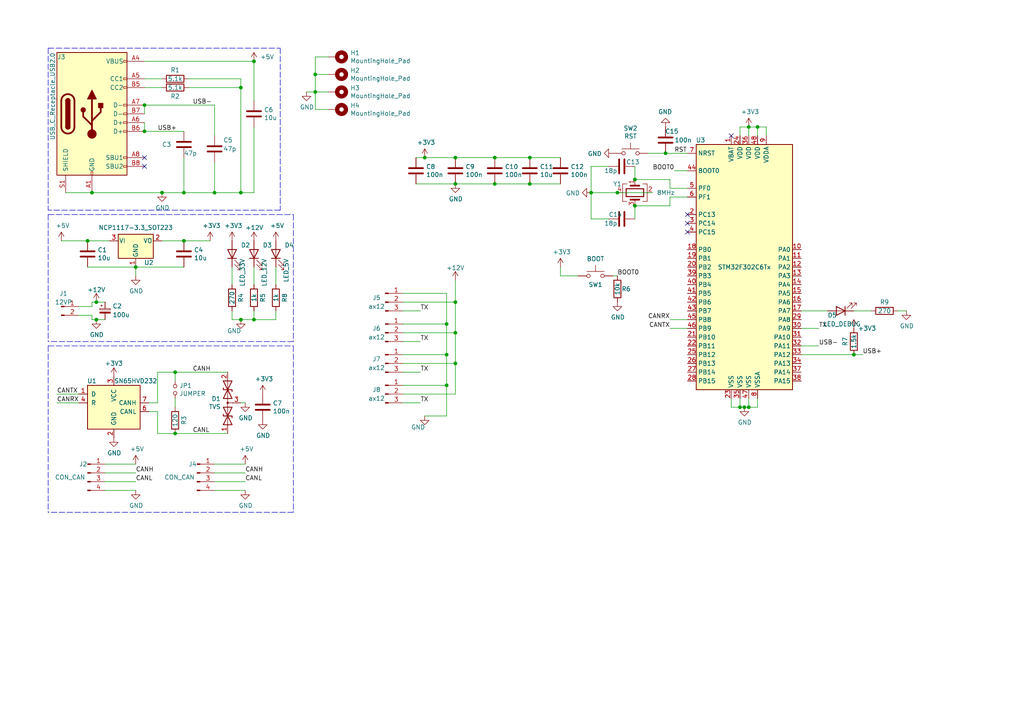
<source format=kicad_sch>
(kicad_sch (version 20211123) (generator eeschema)
  (paper "A4")
  (lib_symbols
    (symbol "Connector:Conn_01x02_Male" (pin_names (offset 1.016) hide)
      (property "Reference" "J" (at 0 2.54 0))
      (property "Value" "Conn_01x02_Male" (at 0 -5.08 0))
      (symbol "Conn_01x02_Male_1_1"
        (polyline (pts (xy 1.27 -2.54) (xy 0.8636 -2.54)) (stroke (width 0.1524)))
        (polyline (pts (xy 1.27 0) (xy 0.8636 0)) (stroke (width 0.1524)))
        (rectangle (start 0.8636 -2.413) (end 0 -2.667) (stroke (width 0.1524)) (fill (type outline)))
        (rectangle (start 0.8636 0.127) (end 0 -0.127) (stroke (width 0.1524)) (fill (type outline)))
        (pin passive line (at 5.08 0 180) (length 3.81) (name "Pin_1") (number "1"))
        (pin passive line (at 5.08 -2.54 180) (length 3.81) (name "Pin_2") (number "2"))
      )
    )
    (symbol "Connector:Conn_01x03_Male" (pin_names (offset 1.016) hide)
      (property "Reference" "J" (at 0 5.08 0))
      (property "Value" "Conn_01x03_Male" (at 0 -5.08 0))
      (symbol "Conn_01x03_Male_1_1"
        (polyline (pts (xy 1.27 -2.54) (xy 0.8636 -2.54)) (stroke (width 0.1524)))
        (polyline (pts (xy 1.27 0) (xy 0.8636 0)) (stroke (width 0.1524)))
        (polyline (pts (xy 1.27 2.54) (xy 0.8636 2.54)) (stroke (width 0.1524)))
        (rectangle (start 0.8636 -2.413) (end 0 -2.667) (stroke (width 0.1524)) (fill (type outline)))
        (rectangle (start 0.8636 0.127) (end 0 -0.127) (stroke (width 0.1524)) (fill (type outline)))
        (rectangle (start 0.8636 2.667) (end 0 2.413) (stroke (width 0.1524)) (fill (type outline)))
        (pin passive line (at 5.08 2.54 180) (length 3.81) (name "Pin_1") (number "1"))
        (pin passive line (at 5.08 0 180) (length 3.81) (name "Pin_2") (number "2"))
        (pin passive line (at 5.08 -2.54 180) (length 3.81) (name "Pin_3") (number "3"))
      )
    )
    (symbol "Connector:Conn_01x04_Male" (pin_names (offset 1.016) hide)
      (property "Reference" "J" (at 0 5.08 0))
      (property "Value" "Conn_01x04_Male" (at 0 -7.62 0))
      (symbol "Conn_01x04_Male_1_1"
        (polyline (pts (xy 1.27 -5.08) (xy 0.8636 -5.08)) (stroke (width 0.1524)))
        (polyline (pts (xy 1.27 -2.54) (xy 0.8636 -2.54)) (stroke (width 0.1524)))
        (polyline (pts (xy 1.27 0) (xy 0.8636 0)) (stroke (width 0.1524)))
        (polyline (pts (xy 1.27 2.54) (xy 0.8636 2.54)) (stroke (width 0.1524)))
        (rectangle (start 0.8636 -4.953) (end 0 -5.207) (stroke (width 0.1524)) (fill (type outline)))
        (rectangle (start 0.8636 -2.413) (end 0 -2.667) (stroke (width 0.1524)) (fill (type outline)))
        (rectangle (start 0.8636 0.127) (end 0 -0.127) (stroke (width 0.1524)) (fill (type outline)))
        (rectangle (start 0.8636 2.667) (end 0 2.413) (stroke (width 0.1524)) (fill (type outline)))
        (pin passive line (at 5.08 2.54 180) (length 3.81) (name "Pin_1") (number "1"))
        (pin passive line (at 5.08 0 180) (length 3.81) (name "Pin_2") (number "2"))
        (pin passive line (at 5.08 -2.54 180) (length 3.81) (name "Pin_3") (number "3"))
        (pin passive line (at 5.08 -5.08 180) (length 3.81) (name "Pin_4") (number "4"))
      )
    )
    (symbol "Device:C" (pin_numbers hide) (pin_names (offset 0.254))
      (property "Reference" "C" (at 0.635 2.54 0))
      (property "Value" "C" (at 0.635 -2.54 0))
      (symbol "C_0_1"
        (polyline (pts (xy -2.032 -0.762) (xy 2.032 -0.762)) (stroke (width 0.508)))
        (polyline (pts (xy -2.032 0.762) (xy 2.032 0.762)) (stroke (width 0.508)))
      )
      (symbol "C_1_1"
        (pin passive line (at 0 3.81 270) (length 2.794) (name "~") (number "1"))
        (pin passive line (at 0 -3.81 90) (length 2.794) (name "~") (number "2"))
      )
    )
    (symbol "Device:C_Polarized_Small" (pin_numbers hide) (pin_names (offset 0.254) hide)
      (property "Reference" "C" (at 0.254 1.778 0))
      (property "Value" "C_Polarized_Small" (at 0.254 -2.032 0))
      (symbol "C_Polarized_Small_0_1"
        (rectangle (start -1.524 -0.3048) (end 1.524 -0.6858) (fill (type outline)))
        (rectangle (start -1.524 0.6858) (end 1.524 0.3048))
        (polyline (pts (xy -1.27 1.524) (xy -0.762 1.524)))
        (polyline (pts (xy -1.016 1.27) (xy -1.016 1.778)))
      )
      (symbol "C_Polarized_Small_1_1"
        (pin passive line (at 0 2.54 270) (length 1.8542) (name "~") (number "1"))
        (pin passive line (at 0 -2.54 90) (length 1.8542) (name "~") (number "2"))
      )
    )
    (symbol "Device:Crystal_GND24" (pin_names (offset 1.016) hide)
      (property "Reference" "Y" (at 3.175 5.08 0))
      (property "Value" "Crystal_GND24" (at 3.175 3.175 0))
      (symbol "Crystal_GND24_0_1"
        (rectangle (start -1.143 2.54) (end 1.143 -2.54) (stroke (width 0.3048)))
        (polyline (pts (xy -2.54 0) (xy -2.032 0)))
        (polyline (pts (xy -2.032 -1.27) (xy -2.032 1.27)) (stroke (width 0.508)))
        (polyline (pts (xy 0 -3.81) (xy 0 -3.556)))
        (polyline (pts (xy 0 3.556) (xy 0 3.81)))
        (polyline (pts (xy 2.032 -1.27) (xy 2.032 1.27)) (stroke (width 0.508)))
        (polyline (pts (xy 2.032 0) (xy 2.54 0)))
        (polyline (pts (xy -2.54 -2.286) (xy -2.54 -3.556) (xy 2.54 -3.556) (xy 2.54 -2.286)))
        (polyline (pts (xy -2.54 2.286) (xy -2.54 3.556) (xy 2.54 3.556) (xy 2.54 2.286)))
      )
      (symbol "Crystal_GND24_1_1"
        (pin passive line (at -3.81 0 0) (length 1.27) (name "1") (number "1"))
        (pin passive line (at 0 5.08 270) (length 1.27) (name "2") (number "2"))
        (pin passive line (at 3.81 0 180) (length 1.27) (name "3") (number "3"))
        (pin passive line (at 0 -5.08 90) (length 1.27) (name "4") (number "4"))
      )
    )
    (symbol "Device:D_TVS_x2_AAC" (pin_names (offset 1.016) hide)
      (property "Reference" "D" (at 0 4.445 0))
      (property "Value" "Device_D_TVS_x2_AAC" (at 0 2.54 0))
      (symbol "D_TVS_x2_AAC_0_0"
        (polyline (pts (xy 0 -1.27) (xy 0 0)))
      )
      (symbol "D_TVS_x2_AAC_0_1"
        (polyline (pts (xy -6.35 0) (xy 6.35 0)))
        (polyline (pts (xy -3.302 1.27) (xy -3.81 1.27) (xy -3.81 -1.27) (xy -4.318 -1.27)) (stroke (width 0.254)))
        (polyline (pts (xy 4.318 1.27) (xy 3.81 1.27) (xy 3.81 -1.27) (xy 3.302 -1.27)) (stroke (width 0.254)))
        (polyline (pts (xy -6.35 1.27) (xy -1.27 -1.27) (xy -1.27 1.27) (xy -6.35 -1.27) (xy -6.35 1.27)) (stroke (width 0.254)))
        (polyline (pts (xy 6.35 1.27) (xy 1.27 -1.27) (xy 1.27 1.27) (xy 6.35 -1.27) (xy 6.35 1.27)) (stroke (width 0.254)))
        (circle (center 0 0) (radius 0.254) (fill (type outline)))
      )
      (symbol "D_TVS_x2_AAC_1_1"
        (pin passive line (at -8.89 0 0) (length 2.54) (name "A1") (number "1"))
        (pin passive line (at 8.89 0 180) (length 2.54) (name "A2") (number "2"))
        (pin input line (at 0 -3.81 90) (length 2.54) (name "common") (number "3"))
      )
    )
    (symbol "Device:Jumper_NO_Small" (pin_numbers hide) (pin_names (offset 0.762) hide)
      (property "Reference" "JP" (at 0 2.032 0))
      (property "Value" "Device_Jumper_NO_Small" (at 0.254 -1.524 0))
      (symbol "Jumper_NO_Small_0_1"
        (circle (center -1.016 0) (radius 0.508))
        (circle (center 1.016 0) (radius 0.508))
        (pin passive line (at -2.54 0 0) (length 1.016) (name "1") (number "1"))
        (pin passive line (at 2.54 0 180) (length 1.016) (name "2") (number "2"))
      )
    )
    (symbol "Device:LED" (pin_numbers hide) (pin_names (offset 1.016) hide)
      (property "Reference" "D" (at 0 2.54 0))
      (property "Value" "LED" (at 0 -2.54 0))
      (symbol "LED_0_1"
        (polyline (pts (xy -1.27 -1.27) (xy -1.27 1.27)) (stroke (width 0.254)))
        (polyline (pts (xy -1.27 0) (xy 1.27 0)))
        (polyline (pts (xy 1.27 -1.27) (xy 1.27 1.27) (xy -1.27 0) (xy 1.27 -1.27)) (stroke (width 0.254)))
        (polyline (pts (xy -3.048 -0.762) (xy -4.572 -2.286) (xy -3.81 -2.286) (xy -4.572 -2.286) (xy -4.572 -1.524)))
        (polyline (pts (xy -1.778 -0.762) (xy -3.302 -2.286) (xy -2.54 -2.286) (xy -3.302 -2.286) (xy -3.302 -1.524)))
      )
      (symbol "LED_1_1"
        (pin passive line (at -3.81 0 0) (length 2.54) (name "K") (number "1"))
        (pin passive line (at 3.81 0 180) (length 2.54) (name "A") (number "2"))
      )
    )
    (symbol "Device:R" (pin_numbers hide) (pin_names (offset 0))
      (property "Reference" "R" (at 2.032 0 90))
      (property "Value" "R" (at 0 0 90))
      (symbol "R_0_1"
        (rectangle (start -1.016 -2.54) (end 1.016 2.54) (stroke (width 0.254)))
      )
      (symbol "R_1_1"
        (pin passive line (at 0 3.81 270) (length 1.27) (name "~") (number "1"))
        (pin passive line (at 0 -3.81 90) (length 1.27) (name "~") (number "2"))
      )
    )
    (symbol "IO_Board_V1-rescue:USB_C_Receptacle_USB2.0-Connector" (pin_names (offset 1.016))
      (property "Reference" "J" (at -10.16 19.05 0))
      (property "Value" "USB_C_Receptacle_USB2.0-Connector" (at 19.05 19.05 0))
      (symbol "USB_C_Receptacle_USB2.0-Connector_0_0"
        (rectangle (start -0.254 -17.78) (end 0.254 -16.764))
        (rectangle (start 10.16 -14.986) (end 9.144 -15.494))
        (rectangle (start 10.16 -12.446) (end 9.144 -12.954))
        (rectangle (start 10.16 -4.826) (end 9.144 -5.334))
        (rectangle (start 10.16 -2.286) (end 9.144 -2.794))
        (rectangle (start 10.16 0.254) (end 9.144 -0.254))
        (rectangle (start 10.16 2.794) (end 9.144 2.286))
        (rectangle (start 10.16 7.874) (end 9.144 7.366))
        (rectangle (start 10.16 10.414) (end 9.144 9.906))
        (rectangle (start 10.16 15.494) (end 9.144 14.986))
      )
      (symbol "USB_C_Receptacle_USB2.0-Connector_0_1"
        (rectangle (start -10.16 17.78) (end 10.16 -17.78) (stroke (width 0.254)) (fill (type background)))
        (arc (start -8.89 -3.81) (mid -6.985 -5.715) (end -5.08 -3.81) (stroke (width 0.508)))
        (arc (start -7.62 -3.81) (mid -6.985 -4.445) (end -6.35 -3.81) (stroke (width 0.254)))
        (arc (start -7.62 -3.81) (mid -6.985 -4.445) (end -6.35 -3.81) (stroke (width 0.254)) (fill (type outline)))
        (rectangle (start -7.62 -3.81) (end -6.35 3.81) (stroke (width 0.254)) (fill (type outline)))
        (arc (start -6.35 3.81) (mid -6.985 4.445) (end -7.62 3.81) (stroke (width 0.254)))
        (arc (start -6.35 3.81) (mid -6.985 4.445) (end -7.62 3.81) (stroke (width 0.254)) (fill (type outline)))
        (arc (start -5.08 3.81) (mid -6.985 5.715) (end -8.89 3.81) (stroke (width 0.508)))
        (circle (center -2.54 1.143) (radius 0.635) (stroke (width 0.254)) (fill (type outline)))
        (circle (center 0 -5.842) (radius 1.27) (fill (type outline)))
        (polyline (pts (xy -8.89 -3.81) (xy -8.89 3.81)) (stroke (width 0.508)))
        (polyline (pts (xy -5.08 3.81) (xy -5.08 -3.81)) (stroke (width 0.508)))
        (polyline (pts (xy 0 -5.842) (xy 0 4.318)) (stroke (width 0.508)))
        (polyline (pts (xy 0 -3.302) (xy -2.54 -0.762) (xy -2.54 0.508)) (stroke (width 0.508)))
        (polyline (pts (xy 0 -2.032) (xy 2.54 0.508) (xy 2.54 1.778)) (stroke (width 0.508)))
        (polyline (pts (xy -1.27 4.318) (xy 0 6.858) (xy 1.27 4.318) (xy -1.27 4.318)) (stroke (width 0.254)) (fill (type outline)))
        (rectangle (start 1.905 1.778) (end 3.175 3.048) (stroke (width 0.254)) (fill (type outline)))
      )
      (symbol "USB_C_Receptacle_USB2.0-Connector_1_1"
        (pin passive line (at 0 -22.86 90) (length 5.08) (name "GND") (number "A1"))
        (pin passive line (at 0 -22.86 90) (length 5.08) hide (name "GND") (number "A12"))
        (pin passive line (at 15.24 15.24 180) (length 5.08) (name "VBUS") (number "A4"))
        (pin bidirectional line (at 15.24 10.16 180) (length 5.08) (name "CC1") (number "A5"))
        (pin bidirectional line (at 15.24 -2.54 180) (length 5.08) (name "D+") (number "A6"))
        (pin bidirectional line (at 15.24 2.54 180) (length 5.08) (name "D-") (number "A7"))
        (pin bidirectional line (at 15.24 -12.7 180) (length 5.08) (name "SBU1") (number "A8"))
        (pin passive line (at 15.24 15.24 180) (length 5.08) hide (name "VBUS") (number "A9"))
        (pin passive line (at 0 -22.86 90) (length 5.08) hide (name "GND") (number "B1"))
        (pin passive line (at 0 -22.86 90) (length 5.08) hide (name "GND") (number "B12"))
        (pin passive line (at 15.24 15.24 180) (length 5.08) hide (name "VBUS") (number "B4"))
        (pin bidirectional line (at 15.24 7.62 180) (length 5.08) (name "CC2") (number "B5"))
        (pin bidirectional line (at 15.24 -5.08 180) (length 5.08) (name "D+") (number "B6"))
        (pin bidirectional line (at 15.24 0 180) (length 5.08) (name "D-") (number "B7"))
        (pin bidirectional line (at 15.24 -15.24 180) (length 5.08) (name "SBU2") (number "B8"))
        (pin passive line (at 15.24 15.24 180) (length 5.08) hide (name "VBUS") (number "B9"))
        (pin passive line (at -7.62 -22.86 90) (length 5.08) (name "SHIELD") (number "S1"))
      )
    )
    (symbol "Interface_CAN_LIN:SN65HVD232" (pin_names (offset 1.016))
      (property "Reference" "U" (at -2.54 10.16 0))
      (property "Value" "SN65HVD232" (at -2.54 7.62 0))
      (symbol "SN65HVD232_0_1"
        (rectangle (start -7.62 5.08) (end 7.62 -7.62) (stroke (width 0.254)) (fill (type background)))
      )
      (symbol "SN65HVD232_1_1"
        (pin input line (at -10.16 2.54 0) (length 2.54) (name "D") (number "1"))
        (pin power_in line (at 0 -10.16 90) (length 2.54) (name "GND") (number "2"))
        (pin power_in line (at 0 7.62 270) (length 2.54) (name "VCC") (number "3"))
        (pin output line (at -10.16 0 0) (length 2.54) (name "R") (number "4"))
        (pin no_connect line (at -10.16 -2.54 0) (length 2.54) hide (name "NC") (number "5"))
        (pin bidirectional line (at 10.16 -2.54 180) (length 2.54) (name "CANL") (number "6"))
        (pin bidirectional line (at 10.16 0 180) (length 2.54) (name "CANH") (number "7"))
        (pin no_connect line (at -10.16 -5.08 0) (length 2.54) hide (name "NC") (number "8"))
      )
    )
    (symbol "MCU_ST_STM32F3:STM32F302C6Tx"
      (property "Reference" "U" (at -15.24 36.83 0))
      (property "Value" "STM32F302C6Tx" (at 7.62 36.83 0))
      (symbol "STM32F302C6Tx_0_1"
        (rectangle (start -15.24 -35.56) (end 12.7 35.56) (stroke (width 0.254)) (fill (type background)))
      )
      (symbol "STM32F302C6Tx_1_1"
        (pin power_in line (at -5.08 38.1 270) (length 2.54) (name "VBAT") (number "1"))
        (pin bidirectional line (at 15.24 5.08 180) (length 2.54) (name "PA0") (number "10"))
        (pin bidirectional line (at 15.24 2.54 180) (length 2.54) (name "PA1") (number "11"))
        (pin bidirectional line (at 15.24 0 180) (length 2.54) (name "PA2") (number "12"))
        (pin bidirectional line (at 15.24 -2.54 180) (length 2.54) (name "PA3") (number "13"))
        (pin bidirectional line (at 15.24 -5.08 180) (length 2.54) (name "PA4") (number "14"))
        (pin bidirectional line (at 15.24 -7.62 180) (length 2.54) (name "PA5") (number "15"))
        (pin bidirectional line (at 15.24 -10.16 180) (length 2.54) (name "PA6") (number "16"))
        (pin bidirectional line (at 15.24 -12.7 180) (length 2.54) (name "PA7") (number "17"))
        (pin bidirectional line (at -17.78 5.08 0) (length 2.54) (name "PB0") (number "18"))
        (pin bidirectional line (at -17.78 2.54 0) (length 2.54) (name "PB1") (number "19"))
        (pin bidirectional line (at -17.78 15.24 0) (length 2.54) (name "PC13") (number "2"))
        (pin bidirectional line (at -17.78 0 0) (length 2.54) (name "PB2") (number "20"))
        (pin bidirectional line (at -17.78 -20.32 0) (length 2.54) (name "PB10") (number "21"))
        (pin bidirectional line (at -17.78 -22.86 0) (length 2.54) (name "PB11") (number "22"))
        (pin power_in line (at -5.08 -38.1 90) (length 2.54) (name "VSS") (number "23"))
        (pin power_in line (at -2.54 38.1 270) (length 2.54) (name "VDD") (number "24"))
        (pin bidirectional line (at -17.78 -25.4 0) (length 2.54) (name "PB12") (number "25"))
        (pin bidirectional line (at -17.78 -27.94 0) (length 2.54) (name "PB13") (number "26"))
        (pin bidirectional line (at -17.78 -30.48 0) (length 2.54) (name "PB14") (number "27"))
        (pin bidirectional line (at -17.78 -33.02 0) (length 2.54) (name "PB15") (number "28"))
        (pin bidirectional line (at 15.24 -15.24 180) (length 2.54) (name "PA8") (number "29"))
        (pin bidirectional line (at -17.78 12.7 0) (length 2.54) (name "PC14") (number "3"))
        (pin bidirectional line (at 15.24 -17.78 180) (length 2.54) (name "PA9") (number "30"))
        (pin bidirectional line (at 15.24 -20.32 180) (length 2.54) (name "PA10") (number "31"))
        (pin bidirectional line (at 15.24 -22.86 180) (length 2.54) (name "PA11") (number "32"))
        (pin bidirectional line (at 15.24 -25.4 180) (length 2.54) (name "PA12") (number "33"))
        (pin bidirectional line (at 15.24 -27.94 180) (length 2.54) (name "PA13") (number "34"))
        (pin power_in line (at -2.54 -38.1 90) (length 2.54) (name "VSS") (number "35"))
        (pin power_in line (at 0 38.1 270) (length 2.54) (name "VDD") (number "36"))
        (pin bidirectional line (at 15.24 -30.48 180) (length 2.54) (name "PA14") (number "37"))
        (pin bidirectional line (at 15.24 -33.02 180) (length 2.54) (name "PA15") (number "38"))
        (pin bidirectional line (at -17.78 -2.54 0) (length 2.54) (name "PB3") (number "39"))
        (pin bidirectional line (at -17.78 10.16 0) (length 2.54) (name "PC15") (number "4"))
        (pin bidirectional line (at -17.78 -5.08 0) (length 2.54) (name "PB4") (number "40"))
        (pin bidirectional line (at -17.78 -7.62 0) (length 2.54) (name "PB5") (number "41"))
        (pin bidirectional line (at -17.78 -10.16 0) (length 2.54) (name "PB6") (number "42"))
        (pin bidirectional line (at -17.78 -12.7 0) (length 2.54) (name "PB7") (number "43"))
        (pin input line (at -17.78 27.94 0) (length 2.54) (name "BOOT0") (number "44"))
        (pin bidirectional line (at -17.78 -15.24 0) (length 2.54) (name "PB8") (number "45"))
        (pin bidirectional line (at -17.78 -17.78 0) (length 2.54) (name "PB9") (number "46"))
        (pin power_in line (at 0 -38.1 90) (length 2.54) (name "VSS") (number "47"))
        (pin power_in line (at 2.54 38.1 270) (length 2.54) (name "VDD") (number "48"))
        (pin input line (at -17.78 22.86 0) (length 2.54) (name "PF0") (number "5"))
        (pin input line (at -17.78 20.32 0) (length 2.54) (name "PF1") (number "6"))
        (pin input line (at -17.78 33.02 0) (length 2.54) (name "NRST") (number "7"))
        (pin power_in line (at 2.54 -38.1 90) (length 2.54) (name "VSSA") (number "8"))
        (pin power_in line (at 5.08 38.1 270) (length 2.54) (name "VDDA") (number "9"))
      )
    )
    (symbol "Mechanical:MountingHole_Pad" (pin_numbers hide) (pin_names (offset 1.016) hide)
      (property "Reference" "H" (at 0 6.35 0))
      (property "Value" "MountingHole_Pad" (at 0 4.445 0))
      (symbol "MountingHole_Pad_0_1"
        (circle (center 0 1.27) (radius 1.27) (stroke (width 1.27)))
      )
      (symbol "MountingHole_Pad_1_1"
        (pin input line (at 0 -2.54 90) (length 2.54) (name "1") (number "1"))
      )
    )
    (symbol "Regulator_Linear:NCP1117-3.3_SOT223" (pin_names (offset 0.254))
      (property "Reference" "U" (at -3.81 3.175 0))
      (property "Value" "NCP1117-3.3_SOT223" (at 0 3.175 0))
      (symbol "NCP1117-3.3_SOT223_0_1"
        (rectangle (start -5.08 -5.08) (end 5.08 1.905) (stroke (width 0.254)) (fill (type background)))
      )
      (symbol "NCP1117-3.3_SOT223_1_1"
        (pin power_in line (at 0 -7.62 90) (length 2.54) (name "GND") (number "1"))
        (pin power_out line (at 7.62 0 180) (length 2.54) (name "VO") (number "2"))
        (pin power_in line (at -7.62 0 0) (length 2.54) (name "VI") (number "3"))
      )
    )
    (symbol "Switch:SW_Push" (pin_numbers hide) (pin_names (offset 1.016) hide)
      (property "Reference" "SW" (at 1.27 2.54 0))
      (property "Value" "SW_Push" (at 0 -1.524 0))
      (symbol "SW_Push_0_1"
        (circle (center -2.032 0) (radius 0.508))
        (polyline (pts (xy 0 1.27) (xy 0 3.048)))
        (polyline (pts (xy 2.54 1.27) (xy -2.54 1.27)))
        (circle (center 2.032 0) (radius 0.508))
        (pin passive line (at -5.08 0 0) (length 2.54) (name "1") (number "1"))
        (pin passive line (at 5.08 0 180) (length 2.54) (name "2") (number "2"))
      )
    )
    (symbol "power:+12V" (power) (pin_names (offset 0))
      (property "Value" "+12V" (at 0 3.556 0))
      (symbol "+12V_0_1"
        (polyline (pts (xy -0.762 1.27) (xy 0 2.54)))
        (polyline (pts (xy 0 0) (xy 0 2.54)))
        (polyline (pts (xy 0 2.54) (xy 0.762 1.27)))
      )
      (symbol "+12V_1_1"
        (pin power_in line (at 0 0 90) (length 0) hide (name "+12V") (number "1"))
      )
    )
    (symbol "power:+3.3V" (power) (pin_names (offset 0))
      (property "Value" "+3.3V" (at 0 3.556 0))
      (symbol "+3.3V_0_1"
        (polyline (pts (xy -0.762 1.27) (xy 0 2.54)))
        (polyline (pts (xy 0 0) (xy 0 2.54)))
        (polyline (pts (xy 0 2.54) (xy 0.762 1.27)))
      )
      (symbol "+3.3V_1_1"
        (pin power_in line (at 0 0 90) (length 0) hide (name "+3V3") (number "1"))
      )
    )
    (symbol "power:+5V" (power) (pin_names (offset 0))
      (property "Value" "+5V" (at 0 3.556 0))
      (symbol "+5V_0_1"
        (polyline (pts (xy -0.762 1.27) (xy 0 2.54)))
        (polyline (pts (xy 0 0) (xy 0 2.54)))
        (polyline (pts (xy 0 2.54) (xy 0.762 1.27)))
      )
      (symbol "+5V_1_1"
        (pin power_in line (at 0 0 90) (length 0) hide (name "+5V") (number "1"))
      )
    )
    (symbol "power:GND" (power) (pin_names (offset 0))
      (property "Value" "GND" (at 0 -3.81 0))
      (symbol "GND_0_1"
        (polyline (pts (xy 0 0) (xy 0 -1.27) (xy 1.27 -1.27) (xy 0 -2.54) (xy -1.27 -1.27) (xy 0 -1.27)))
      )
      (symbol "GND_1_1"
        (pin power_in line (at 0 0 270) (length 0) hide (name "GND") (number "1"))
      )
    )
  )
  (junction (at 132.08 96.52))
  (junction (at 129.54 102.87))
  (junction (at 184.15 59.69))
  (junction (at 41.91 38.1))
  (junction (at 27.94 92.71))
  (junction (at 132.08 45.72))
  (junction (at 247.65 102.87))
  (junction (at 132.08 53.34))
  (junction (at 132.08 105.41))
  (junction (at 153.67 45.72))
  (junction (at 184.15 52.07))
  (junction (at 143.51 53.34))
  (junction (at 26.67 55.88))
  (junction (at 91.44 21.59))
  (junction (at 53.34 69.85))
  (junction (at 179.07 55.88))
  (junction (at 73.66 17.78))
  (junction (at 69.85 92.71))
  (junction (at 50.8 125.73))
  (junction (at 215.9 118.11))
  (junction (at 41.91 30.48))
  (junction (at 46.99 55.88))
  (junction (at 69.85 25.4))
  (junction (at 214.63 118.11))
  (junction (at 62.23 55.88))
  (junction (at 193.04 44.45))
  (junction (at 132.08 87.63))
  (junction (at 217.17 118.11))
  (junction (at 69.85 55.88))
  (junction (at 153.67 53.34))
  (junction (at 171.45 55.88))
  (junction (at 219.71 36.83))
  (junction (at 25.4 69.85))
  (junction (at 53.34 55.88))
  (junction (at 91.44 26.67))
  (junction (at 129.54 93.98))
  (junction (at 27.94 87.63))
  (junction (at 123.19 45.72))
  (junction (at 39.37 77.47))
  (junction (at 217.17 36.83))
  (junction (at 50.8 107.95))
  (junction (at 129.54 111.76))
  (junction (at 143.51 45.72))
  (junction (at 73.66 92.71))
  (no_connect (at 199.39 64.77))
  (no_connect (at 41.91 48.26))
  (no_connect (at 199.39 67.31))
  (no_connect (at 199.39 62.23))
  (no_connect (at 212.09 39.37))
  (no_connect (at 41.91 45.72))
  (wire (pts (xy 199.39 54.61) (xy 194.31 54.61)))
  (wire (pts (xy 171.45 63.5) (xy 176.53 63.5)))
  (wire (pts (xy 73.66 92.71) (xy 73.66 90.17)))
  (wire (pts (xy 43.18 116.84) (xy 45.72 116.84)))
  (wire (pts (xy 129.54 85.09) (xy 129.54 93.98)))
  (polyline (pts (xy 13.97 13.97) (xy 81.28 13.97)))
  (wire (pts (xy 120.65 45.72) (xy 123.19 45.72)))
  (wire (pts (xy 120.65 53.34) (xy 132.08 53.34)))
  (wire (pts (xy 69.85 55.88) (xy 73.66 55.88)))
  (wire (pts (xy 54.61 25.4) (xy 69.85 25.4)))
  (wire (pts (xy 194.31 52.07) (xy 184.15 52.07)))
  (wire (pts (xy 39.37 77.47) (xy 25.4 77.47)))
  (wire (pts (xy 116.84 90.17) (xy 121.92 90.17)))
  (wire (pts (xy 62.23 55.88) (xy 69.85 55.88)))
  (wire (pts (xy 53.34 55.88) (xy 62.23 55.88)))
  (wire (pts (xy 129.54 102.87) (xy 129.54 111.76)))
  (wire (pts (xy 22.86 116.84) (xy 16.51 116.84)))
  (wire (pts (xy 41.91 30.48) (xy 62.23 30.48)))
  (wire (pts (xy 219.71 118.11) (xy 219.71 115.57)))
  (wire (pts (xy 54.61 22.86) (xy 69.85 22.86)))
  (wire (pts (xy 212.09 118.11) (xy 214.63 118.11)))
  (wire (pts (xy 116.84 99.06) (xy 121.92 99.06)))
  (wire (pts (xy 194.31 57.15) (xy 199.39 57.15)))
  (wire (pts (xy 26.67 87.63) (xy 27.94 87.63)))
  (wire (pts (xy 41.91 25.4) (xy 46.99 25.4)))
  (wire (pts (xy 219.71 36.83) (xy 222.25 36.83)))
  (wire (pts (xy 116.84 87.63) (xy 132.08 87.63)))
  (polyline (pts (xy 13.97 62.23) (xy 85.09 62.23)))
  (wire (pts (xy 260.35 90.17) (xy 262.89 90.17)))
  (wire (pts (xy 53.34 77.47) (xy 39.37 77.47)))
  (wire (pts (xy 143.51 53.34) (xy 132.08 53.34)))
  (wire (pts (xy 25.4 69.85) (xy 31.75 69.85)))
  (wire (pts (xy 167.64 80.01) (xy 162.56 80.01)))
  (wire (pts (xy 41.91 38.1) (xy 53.34 38.1)))
  (polyline (pts (xy 13.97 100.33) (xy 85.09 100.33)))
  (wire (pts (xy 30.48 142.24) (xy 39.37 142.24)))
  (wire (pts (xy 80.01 92.71) (xy 73.66 92.71)))
  (wire (pts (xy 30.48 92.71) (xy 27.94 92.71)))
  (wire (pts (xy 177.8 80.01) (xy 179.07 80.01)))
  (wire (pts (xy 22.86 88.9) (xy 26.67 88.9)))
  (wire (pts (xy 91.44 26.67) (xy 88.9 26.67)))
  (wire (pts (xy 30.48 139.7) (xy 39.37 139.7)))
  (polyline (pts (xy 85.09 100.33) (xy 85.09 148.59)))
  (wire (pts (xy 62.23 46.99) (xy 62.23 55.88)))
  (wire (pts (xy 116.84 93.98) (xy 129.54 93.98)))
  (wire (pts (xy 116.84 114.3) (xy 132.08 114.3)))
  (wire (pts (xy 132.08 105.41) (xy 132.08 96.52)))
  (wire (pts (xy 116.84 107.95) (xy 121.92 107.95)))
  (wire (pts (xy 62.23 134.62) (xy 71.12 134.62)))
  (wire (pts (xy 73.66 17.78) (xy 73.66 29.21)))
  (wire (pts (xy 41.91 33.02) (xy 41.91 30.48)))
  (polyline (pts (xy 85.09 148.59) (xy 13.97 148.59)))
  (wire (pts (xy 46.99 55.88) (xy 53.34 55.88)))
  (wire (pts (xy 62.23 142.24) (xy 71.12 142.24)))
  (wire (pts (xy 39.37 77.47) (xy 39.37 80.01)))
  (wire (pts (xy 95.25 21.59) (xy 91.44 21.59)))
  (wire (pts (xy 199.39 92.71) (xy 194.31 92.71)))
  (wire (pts (xy 95.25 26.67) (xy 91.44 26.67)))
  (wire (pts (xy 116.84 116.84) (xy 121.92 116.84)))
  (wire (pts (xy 214.63 118.11) (xy 215.9 118.11)))
  (wire (pts (xy 184.15 63.5) (xy 184.15 59.69)))
  (wire (pts (xy 91.44 21.59) (xy 91.44 26.67)))
  (wire (pts (xy 46.99 69.85) (xy 53.34 69.85)))
  (wire (pts (xy 26.67 88.9) (xy 26.67 87.63)))
  (wire (pts (xy 45.72 125.73) (xy 50.8 125.73)))
  (wire (pts (xy 199.39 95.25) (xy 194.31 95.25)))
  (wire (pts (xy 193.04 44.45) (xy 199.39 44.45)))
  (wire (pts (xy 153.67 53.34) (xy 162.56 53.34)))
  (wire (pts (xy 194.31 54.61) (xy 194.31 52.07)))
  (polyline (pts (xy 81.28 13.97) (xy 81.28 60.96)))
  (wire (pts (xy 194.31 59.69) (xy 194.31 57.15)))
  (wire (pts (xy 179.07 55.88) (xy 171.45 55.88)))
  (wire (pts (xy 53.34 69.85) (xy 60.96 69.85)))
  (wire (pts (xy 45.72 116.84) (xy 45.72 107.95)))
  (wire (pts (xy 116.84 102.87) (xy 129.54 102.87)))
  (wire (pts (xy 189.23 55.88) (xy 179.07 55.88)))
  (wire (pts (xy 132.08 87.63) (xy 132.08 81.28)))
  (polyline (pts (xy 81.28 60.96) (xy 13.97 60.96)))
  (wire (pts (xy 26.67 92.71) (xy 26.67 91.44)))
  (wire (pts (xy 62.23 30.48) (xy 62.23 39.37)))
  (wire (pts (xy 62.23 137.16) (xy 71.12 137.16)))
  (wire (pts (xy 67.31 90.17) (xy 67.31 92.71)))
  (wire (pts (xy 19.05 55.88) (xy 26.67 55.88)))
  (wire (pts (xy 41.91 17.78) (xy 73.66 17.78)))
  (wire (pts (xy 199.39 49.53) (xy 195.58 49.53)))
  (wire (pts (xy 26.67 55.88) (xy 46.99 55.88)))
  (wire (pts (xy 184.15 48.26) (xy 184.15 52.07)))
  (wire (pts (xy 217.17 36.83) (xy 219.71 36.83)))
  (polyline (pts (xy 13.97 13.97) (xy 13.97 60.96)))
  (wire (pts (xy 214.63 36.83) (xy 217.17 36.83)))
  (wire (pts (xy 41.91 35.56) (xy 41.91 38.1)))
  (wire (pts (xy 116.84 105.41) (xy 132.08 105.41)))
  (wire (pts (xy 143.51 45.72) (xy 153.67 45.72)))
  (wire (pts (xy 69.85 92.71) (xy 73.66 92.71)))
  (polyline (pts (xy 85.09 99.06) (xy 13.97 99.06)))
  (wire (pts (xy 214.63 39.37) (xy 214.63 36.83)))
  (wire (pts (xy 50.8 107.95) (xy 66.04 107.95)))
  (wire (pts (xy 143.51 53.34) (xy 153.67 53.34)))
  (wire (pts (xy 17.78 69.85) (xy 25.4 69.85)))
  (wire (pts (xy 212.09 115.57) (xy 212.09 118.11)))
  (wire (pts (xy 50.8 125.73) (xy 66.04 125.73)))
  (wire (pts (xy 232.41 102.87) (xy 247.65 102.87)))
  (wire (pts (xy 41.91 22.86) (xy 46.99 22.86)))
  (wire (pts (xy 95.25 16.51) (xy 91.44 16.51)))
  (wire (pts (xy 232.41 95.25) (xy 237.49 95.25)))
  (wire (pts (xy 153.67 45.72) (xy 162.56 45.72)))
  (wire (pts (xy 67.31 92.71) (xy 69.85 92.71)))
  (wire (pts (xy 132.08 45.72) (xy 143.51 45.72)))
  (wire (pts (xy 184.15 59.69) (xy 194.31 59.69)))
  (wire (pts (xy 132.08 96.52) (xy 132.08 87.63)))
  (wire (pts (xy 69.85 22.86) (xy 69.85 25.4)))
  (wire (pts (xy 26.67 91.44) (xy 22.86 91.44)))
  (wire (pts (xy 187.96 44.45) (xy 193.04 44.45)))
  (wire (pts (xy 27.94 87.63) (xy 30.48 87.63)))
  (wire (pts (xy 45.72 107.95) (xy 50.8 107.95)))
  (wire (pts (xy 171.45 55.88) (xy 171.45 63.5)))
  (wire (pts (xy 43.18 119.38) (xy 45.72 119.38)))
  (wire (pts (xy 22.86 114.3) (xy 16.51 114.3)))
  (wire (pts (xy 91.44 16.51) (xy 91.44 21.59)))
  (wire (pts (xy 132.08 114.3) (xy 132.08 105.41)))
  (polyline (pts (xy 85.09 62.23) (xy 85.09 99.06)))
  (wire (pts (xy 80.01 90.17) (xy 80.01 92.71)))
  (wire (pts (xy 50.8 110.49) (xy 50.8 107.95)))
  (wire (pts (xy 30.48 137.16) (xy 39.37 137.16)))
  (wire (pts (xy 162.56 80.01) (xy 162.56 77.47)))
  (polyline (pts (xy 13.97 100.33) (xy 13.97 148.59)))
  (wire (pts (xy 123.19 45.72) (xy 132.08 45.72)))
  (wire (pts (xy 27.94 92.71) (xy 26.67 92.71)))
  (wire (pts (xy 215.9 118.11) (xy 217.17 118.11)))
  (wire (pts (xy 176.53 48.26) (xy 171.45 48.26)))
  (wire (pts (xy 53.34 45.72) (xy 53.34 55.88)))
  (wire (pts (xy 91.44 31.75) (xy 95.25 31.75)))
  (wire (pts (xy 129.54 120.65) (xy 123.19 120.65)))
  (wire (pts (xy 69.85 116.84) (xy 71.12 116.84)))
  (wire (pts (xy 217.17 118.11) (xy 219.71 118.11)))
  (wire (pts (xy 50.8 115.57) (xy 50.8 118.11)))
  (polyline (pts (xy 13.97 62.23) (xy 13.97 99.06)))
  (wire (pts (xy 219.71 36.83) (xy 219.71 39.37)))
  (wire (pts (xy 217.17 39.37) (xy 217.17 36.83)))
  (wire (pts (xy 30.48 134.62) (xy 39.37 134.62)))
  (wire (pts (xy 69.85 25.4) (xy 69.85 55.88)))
  (wire (pts (xy 116.84 96.52) (xy 132.08 96.52)))
  (wire (pts (xy 232.41 100.33) (xy 237.49 100.33)))
  (wire (pts (xy 247.65 90.17) (xy 252.73 90.17)))
  (wire (pts (xy 80.01 77.47) (xy 80.01 82.55)))
  (wire (pts (xy 62.23 139.7) (xy 71.12 139.7)))
  (wire (pts (xy 240.03 90.17) (xy 232.41 90.17)))
  (wire (pts (xy 67.31 77.47) (xy 67.31 82.55)))
  (wire (pts (xy 129.54 93.98) (xy 129.54 102.87)))
  (wire (pts (xy 129.54 111.76) (xy 129.54 120.65)))
  (wire (pts (xy 247.65 102.87) (xy 250.19 102.87)))
  (wire (pts (xy 91.44 26.67) (xy 91.44 31.75)))
  (wire (pts (xy 116.84 85.09) (xy 129.54 85.09)))
  (wire (pts (xy 116.84 111.76) (xy 129.54 111.76)))
  (wire (pts (xy 222.25 36.83) (xy 222.25 39.37)))
  (wire (pts (xy 214.63 115.57) (xy 214.63 118.11)))
  (wire (pts (xy 73.66 55.88) (xy 73.66 36.83)))
  (wire (pts (xy 73.66 77.47) (xy 73.66 82.55)))
  (wire (pts (xy 171.45 48.26) (xy 171.45 55.88)))
  (wire (pts (xy 217.17 115.57) (xy 217.17 118.11)))
  (wire (pts (xy 45.72 119.38) (xy 45.72 125.73)))
  (label "TX" (at 121.92 116.84 0))
  (label "CANRX" (at 194.31 92.71 180))
  (label "CANH" (at 71.12 137.16 0))
  (label "CANRX" (at 16.51 116.84 0))
  (label "TX" (at 121.92 99.06 0))
  (label "CANL" (at 39.37 139.7 0))
  (label "USB-" (at 55.88 30.48 0))
  (label "USB+" (at 250.19 102.87 0))
  (label "CANL" (at 71.12 139.7 0))
  (label "CANH" (at 55.88 107.95 0))
  (label "CANTX" (at 194.31 95.25 180))
  (label "TX" (at 121.92 90.17 0))
  (label "USB-" (at 237.49 100.33 0))
  (label "USB+" (at 45.72 38.1 0))
  (label "CANL" (at 55.88 125.73 0))
  (label "CANTX" (at 16.51 114.3 0))
  (label "BOOT0" (at 179.07 80.01 0))
  (label "RST" (at 195.58 44.45 0))
  (label "TX" (at 237.49 95.25 0))
  (label "TX" (at 121.92 107.95 0))
  (label "BOOT0" (at 195.58 49.53 180))
  (label "CANH" (at 39.37 137.16 0))
  (symbol (lib_id "Mechanical:MountingHole_Pad") (at 97.79 21.59 270) (unit 1)
    (property "Reference" "H2" (at 101.6 20.4216 90) (effects (justify left)))
    (property "Value" "MountingHole_Pad" (at 101.6 22.733 90) (effects (justify left)))
    (property "Footprint" "MountingHole:MountingHole_3.2mm_M3_Pad_Via" (effects hide))
  )
  (symbol (lib_id "power:GND") (at 262.89 90.17 0) (unit 1)
    (property "Reference" "#PWR0134" (effects hide))
    (property "Value" "GND" (at 263.017 94.5642 0))
  )
  (symbol (lib_id "Device:Jumper_NO_Small") (at 50.8 113.03 270) (unit 1)
    (property "Reference" "JP1" (at 52.0192 111.8616 90) (effects (justify left)))
    (property "Value" "JUMPER" (at 52.0192 114.173 90) (effects (justify left)))
    (property "Footprint" "Connector_PinHeader_2.54mm:PinHeader_1x02_P2.54mm_Vertical" (effects hide))
  )
  (symbol (lib_id "power:GND") (at 123.19 120.65 0) (unit 1)
    (property "Reference" "#PWR0132" (effects hide))
    (property "Value" "GND" (at 123.317 123.9012 0) (effects (justify right)))
  )
  (symbol (lib_id "Device:LED") (at 243.84 90.17 180) (unit 1)
    (property "Reference" "D5" (at 240.03 91.44 0) (effects (justify right)))
    (property "Value" "LED_DEBUG" (at 238.76 93.98 0) (effects (justify right)))
    (property "Footprint" "LED_SMD:LED_0805_2012Metric_Pad1.15x1.40mm_HandSolder" (effects hide))
  )
  (symbol (lib_id "Connector:Conn_01x03_Male") (at 111.76 105.41 0) (unit 1)
    (property "Reference" "J7" (at 109.22 104.14 0))
    (property "Value" "ax12" (at 109.22 106.68 0))
    (property "Footprint" "Connector_Molex:Molex_SPOX_5267-03A_1x03_P2.50mm_Vertical" (effects hide))
  )
  (symbol (lib_id "Connector:Conn_01x03_Male") (at 111.76 96.52 0) (unit 1)
    (property "Reference" "J6" (at 109.22 95.25 0))
    (property "Value" "ax12" (at 109.22 97.79 0))
    (property "Footprint" "Connector_Molex:Molex_SPOX_5267-03A_1x03_P2.50mm_Vertical" (effects hide))
  )
  (symbol (lib_id "power:GND") (at 215.9 118.11 0) (unit 1)
    (property "Reference" "#PWR0126" (effects hide))
    (property "Value" "GND" (at 216.027 122.5042 0))
  )
  (symbol (lib_id "Mechanical:MountingHole_Pad") (at 97.79 31.75 270) (unit 1)
    (property "Reference" "H4" (at 101.6 30.5816 90) (effects (justify left)))
    (property "Value" "MountingHole_Pad" (at 101.6 32.893 90) (effects (justify left)))
    (property "Footprint" "MountingHole:MountingHole_3.2mm_M3_Pad_Via" (effects hide))
  )
  (symbol (lib_id "power:GND") (at 46.99 55.88 0) (unit 1)
    (property "Reference" "#PWR0107" (effects hide))
    (property "Value" "GND" (at 47.117 60.2742 0))
  )
  (symbol (lib_id "Device:C") (at 143.51 49.53 0) (unit 1)
    (property "Reference" "C10" (at 146.431 48.3616 0) (effects (justify left)))
    (property "Value" "100n" (at 146.431 50.673 0) (effects (justify left)))
    (property "Footprint" "Capacitor_SMD:C_0805_2012Metric_Pad1.18x1.45mm_HandSolder" (effects hide))
  )
  (symbol (lib_id "Connector:Conn_01x03_Male") (at 111.76 87.63 0) (unit 1)
    (property "Reference" "J5" (at 109.22 86.36 0))
    (property "Value" "ax12" (at 109.22 88.9 0))
    (property "Footprint" "Connector_Molex:Molex_SPOX_5267-03A_1x03_P2.50mm_Vertical" (effects hide))
  )
  (symbol (lib_id "power:+5V") (at 17.78 69.85 0) (unit 1)
    (property "Reference" "#PWR0113" (effects hide))
    (property "Value" "+5V" (at 18.161 65.4558 0))
  )
  (symbol (lib_id "Switch:SW_Push") (at 172.72 80.01 0) (unit 1)
    (property "Reference" "SW1" (at 172.72 82.55 0))
    (property "Value" "BOOT" (at 172.72 75.0824 0))
    (property "Footprint" "Button_Switch_SMD:SW_SPST_CK_RS282G05A3" (effects hide))
  )
  (symbol (lib_id "power:+3.3V") (at 217.17 36.83 0) (unit 1)
    (property "Reference" "#PWR0123" (effects hide))
    (property "Value" "+3.3V" (at 217.551 32.4358 0))
  )
  (symbol (lib_id "Device:C") (at 53.34 41.91 0) (unit 1)
    (property "Reference" "C3" (at 46.99 41.91 0) (effects (justify left)))
    (property "Value" "47p" (at 53.34 44.45 0) (effects (justify left)))
    (property "Footprint" "Capacitor_SMD:C_0805_2012Metric_Pad1.18x1.45mm_HandSolder" (effects hide))
  )
  (symbol (lib_id "Switch:SW_Push") (at 182.88 44.45 0) (unit 1)
    (property "Reference" "SW2" (at 182.88 37.211 0))
    (property "Value" "RST" (at 182.88 39.5224 0))
    (property "Footprint" "Button_Switch_SMD:SW_SPST_CK_RS282G05A3" (effects hide))
  )
  (symbol (lib_id "IO_Board_V1-rescue:USB_C_Receptacle_USB2.0-Connector") (at 26.67 33.02 0) (unit 1)
    (property "Reference" "J3" (at 17.78 16.51 0))
    (property "Value" "USB_C_Receptacle_USB2.0" (at 15.24 27.94 90))
    (property "Footprint" "Connector_USB:USB_C_Receptacle_GCT_USB4085" (effects hide))
    (property "Datasheet" "https://www.usb.org/sites/default/files/documents/usb_type-c.zip" (effects hide))
  )
  (symbol (lib_id "Connector:Conn_01x04_Male") (at 57.15 137.16 0) (unit 1)
    (property "Reference" "J4" (at 55.88 134.62 0))
    (property "Value" "CON_CAN" (at 52.07 138.43 0))
    (property "Footprint" "AREA_lib_Connector:690367290476" (effects hide))
  )
  (symbol (lib_id "power:GND") (at 171.45 55.88 270) (unit 1)
    (property "Reference" "#PWR0122" (effects hide))
    (property "Value" "GND" (at 168.1988 56.007 90) (effects (justify right)))
  )
  (symbol (lib_id "power:+5V") (at 71.12 134.62 0) (unit 1)
    (property "Reference" "#PWR0116" (effects hide))
    (property "Value" "+5V" (at 71.501 130.2258 0))
  )
  (symbol (lib_id "Device:R") (at 50.8 121.92 180) (unit 1)
    (property "Reference" "R3" (at 53.34 121.92 90))
    (property "Value" "120" (at 50.8 121.92 90))
    (property "Footprint" "Resistor_SMD:R_0805_2012Metric_Pad1.20x1.40mm_HandSolder" (effects hide))
  )
  (symbol (lib_id "Device:C") (at 162.56 49.53 0) (unit 1)
    (property "Reference" "C12" (at 165.481 48.3616 0) (effects (justify left)))
    (property "Value" "100n" (at 165.481 50.673 0) (effects (justify left)))
    (property "Footprint" "Capacitor_SMD:C_0805_2012Metric_Pad1.18x1.45mm_HandSolder" (effects hide))
  )
  (symbol (lib_id "Connector:Conn_01x02_Male") (at 17.78 88.9 0) (unit 1)
    (property "Reference" "J1" (at 18.415 85.124 0))
    (property "Value" "12VP" (at 18.415 87.6609 0))
    (property "Footprint" "AREA_lib_Connector:Wuerth_3.96mm_2pin_645002114822" (effects hide))
  )
  (symbol (lib_id "power:GND") (at 71.12 116.84 0) (unit 1)
    (property "Reference" "#PWR0119" (effects hide))
    (property "Value" "GND" (at 71.247 121.2342 0))
  )
  (symbol (lib_id "power:+5V") (at 80.01 69.85 0) (unit 1)
    (property "Reference" "#PWR01" (effects hide))
    (property "Value" "+5V" (at 80.391 65.4558 0))
  )
  (symbol (lib_id "Device:LED") (at 80.01 73.66 90) (unit 1)
    (property "Reference" "D4" (at 82.55 71.12 90) (effects (justify right)))
    (property "Value" "LED_5V" (at 83.0072 74.9808 0) (effects (justify right)))
    (property "Footprint" "LED_SMD:LED_0805_2012Metric_Pad1.15x1.40mm_HandSolder" (effects hide))
  )
  (symbol (lib_id "power:GND") (at 177.8 44.45 270) (unit 1)
    (property "Reference" "#PWR0121" (effects hide))
    (property "Value" "GND" (at 174.5488 44.577 90) (effects (justify right)))
  )
  (symbol (lib_id "Device:C") (at 76.2 118.11 0) (unit 1)
    (property "Reference" "C7" (at 79.121 116.9416 0) (effects (justify left)))
    (property "Value" "100n" (at 79.121 119.253 0) (effects (justify left)))
    (property "Footprint" "Capacitor_SMD:C_0805_2012Metric_Pad1.18x1.45mm_HandSolder" (effects hide))
  )
  (symbol (lib_id "power:+12V") (at 132.08 81.28 0) (unit 1)
    (property "Reference" "#PWR0133" (effects hide))
    (property "Value" "+12V" (at 132.08 77.7042 0))
  )
  (symbol (lib_id "Mechanical:MountingHole_Pad") (at 97.79 26.67 270) (unit 1)
    (property "Reference" "H3" (at 101.6 25.5016 90) (effects (justify left)))
    (property "Value" "MountingHole_Pad" (at 101.6 27.813 90) (effects (justify left)))
    (property "Footprint" "MountingHole:MountingHole_3.2mm_M3_Pad_Via" (effects hide))
  )
  (symbol (lib_id "power:GND") (at 69.85 92.71 0) (unit 1)
    (property "Reference" "#PWR0104" (effects hide))
    (property "Value" "GND" (at 69.977 95.9612 0) (effects (justify right)))
  )
  (symbol (lib_id "power:GND") (at 27.94 92.71 0) (unit 1)
    (property "Reference" "#PWR0111" (effects hide))
    (property "Value" "GND" (at 28.067 97.1042 0))
  )
  (symbol (lib_id "power:+3.3V") (at 123.19 45.72 0) (unit 1)
    (property "Reference" "#PWR0130" (effects hide))
    (property "Value" "+3.3V" (at 123.571 41.3258 0))
  )
  (symbol (lib_id "power:+5V") (at 73.66 17.78 0) (unit 1)
    (property "Reference" "#PWR0101" (effects hide))
    (property "Value" "+5V" (at 77.47 16.51 0))
  )
  (symbol (lib_id "power:+3.3V") (at 162.56 77.47 0) (unit 1)
    (property "Reference" "#PWR0125" (effects hide))
    (property "Value" "+3.3V" (at 162.941 73.0758 0))
  )
  (symbol (lib_id "power:GND") (at 88.9 26.67 0) (unit 1)
    (property "Reference" "#PWR0129" (effects hide))
    (property "Value" "GND" (at 89.027 31.0642 0))
  )
  (symbol (lib_id "power:+12V") (at 27.94 87.63 0) (unit 1)
    (property "Reference" "#PWR0114" (effects hide))
    (property "Value" "+12V" (at 27.94 84.0542 0))
  )
  (symbol (lib_id "Device:R") (at 80.01 86.36 180) (unit 1)
    (property "Reference" "R8" (at 82.55 86.36 90))
    (property "Value" "1k" (at 80.01 86.36 90))
    (property "Footprint" "Resistor_SMD:R_0805_2012Metric_Pad1.20x1.40mm_HandSolder" (effects hide))
  )
  (symbol (lib_id "Device:C") (at 132.08 49.53 0) (unit 1)
    (property "Reference" "C9" (at 135.001 48.3616 0) (effects (justify left)))
    (property "Value" "100n" (at 135.001 50.673 0) (effects (justify left)))
    (property "Footprint" "Capacitor_SMD:C_0805_2012Metric_Pad1.18x1.45mm_HandSolder" (effects hide))
  )
  (symbol (lib_id "power:+3.3V") (at 76.2 114.3 0) (unit 1)
    (property "Reference" "#PWR0102" (effects hide))
    (property "Value" "+3.3V" (at 76.581 109.9058 0))
  )
  (symbol (lib_id "Mechanical:MountingHole_Pad") (at 97.79 16.51 270) (unit 1)
    (property "Reference" "H1" (at 101.6 15.3416 90) (effects (justify left)))
    (property "Value" "MountingHole_Pad" (at 101.6 17.653 90) (effects (justify left)))
    (property "Footprint" "MountingHole:MountingHole_3.2mm_M3_Pad_Via" (effects hide))
  )
  (symbol (lib_id "power:+12V") (at 73.66 69.85 0) (unit 1)
    (property "Reference" "#PWR0106" (effects hide))
    (property "Value" "+12V" (at 71.12 66.04 0) (effects (justify left)))
  )
  (symbol (lib_id "Device:R") (at 73.66 86.36 180) (unit 1)
    (property "Reference" "R5" (at 76.2 86.36 90))
    (property "Value" "1k" (at 73.66 86.36 90))
    (property "Footprint" "Resistor_SMD:R_0805_2012Metric_Pad1.20x1.40mm_HandSolder" (effects hide))
  )
  (symbol (lib_id "Device:C") (at 153.67 49.53 0) (unit 1)
    (property "Reference" "C11" (at 156.591 48.3616 0) (effects (justify left)))
    (property "Value" "10u" (at 156.591 50.673 0) (effects (justify left)))
    (property "Footprint" "Capacitor_SMD:C_0805_2012Metric_Pad1.18x1.45mm_HandSolder" (effects hide))
  )
  (symbol (lib_id "MCU_ST_STM32F3:STM32F302C6Tx") (at 217.17 77.47 0) (unit 1)
    (property "Reference" "U3" (at 203.2 40.64 0))
    (property "Value" "STM32F302C6Tx" (at 215.9 77.47 0))
    (property "Footprint" "Package_QFP:LQFP-48_7x7mm_P0.5mm" (effects hide))
    (property "Datasheet" "http://www.st.com/st-web-ui/static/active/en/resource/technical/document/datasheet/DM00093333.pdf" (effects hide))
  )
  (symbol (lib_id "Regulator_Linear:NCP1117-3.3_SOT223") (at 39.37 69.85 0) (unit 1)
    (property "Reference" "U2" (at 43.18 76.2 0))
    (property "Value" "NCP1117-3.3_SOT223" (at 39.37 66.0146 0))
    (property "Footprint" "Package_TO_SOT_SMD:SOT-223-3_TabPin2" (effects hide))
    (property "Datasheet" "http://www.onsemi.com/pub_link/Collateral/NCP1117-D.PDF" (effects hide))
  )
  (symbol (lib_id "Device:C") (at 120.65 49.53 0) (unit 1)
    (property "Reference" "C8" (at 123.571 48.3616 0) (effects (justify left)))
    (property "Value" "100n" (at 123.571 50.673 0) (effects (justify left)))
    (property "Footprint" "Capacitor_SMD:C_0805_2012Metric_Pad1.18x1.45mm_HandSolder" (effects hide))
  )
  (symbol (lib_id "power:+3.3V") (at 60.96 69.85 0) (unit 1)
    (property "Reference" "#PWR0103" (effects hide))
    (property "Value" "+3.3V" (at 61.341 65.4558 0))
  )
  (symbol (lib_id "power:+3.3V") (at 67.31 69.85 0) (unit 1)
    (property "Reference" "#PWR0105" (effects hide))
    (property "Value" "+3.3V" (at 67.691 65.4558 0))
  )
  (symbol (lib_id "Device:R") (at 50.8 25.4 90) (unit 1)
    (property "Reference" "R2" (at 50.8 27.94 90))
    (property "Value" "5.1k" (at 50.8 25.4 90))
    (property "Footprint" "Resistor_SMD:R_0805_2012Metric_Pad1.20x1.40mm_HandSolder" (effects hide))
  )
  (symbol (lib_id "Device:R") (at 67.31 86.36 180) (unit 1)
    (property "Reference" "R4" (at 69.85 86.36 90))
    (property "Value" "270" (at 67.31 86.36 90))
    (property "Footprint" "Resistor_SMD:R_0805_2012Metric_Pad1.20x1.40mm_HandSolder" (effects hide))
  )
  (symbol (lib_id "power:GND") (at 76.2 121.92 0) (unit 1)
    (property "Reference" "#PWR0115" (effects hide))
    (property "Value" "GND" (at 76.327 126.3142 0))
  )
  (symbol (lib_id "power:GND") (at 33.02 127 0) (unit 1)
    (property "Reference" "#PWR0108" (effects hide))
    (property "Value" "GND" (at 33.147 131.3942 0))
  )
  (symbol (lib_id "power:GND") (at 39.37 142.24 0) (unit 1)
    (property "Reference" "#PWR0117" (effects hide))
    (property "Value" "GND" (at 39.497 146.6342 0))
  )
  (symbol (lib_id "power:GND") (at 132.08 53.34 0) (unit 1)
    (property "Reference" "#PWR0131" (effects hide))
    (property "Value" "GND" (at 132.207 57.7342 0))
  )
  (symbol (lib_id "Device:C") (at 62.23 43.18 0) (unit 1)
    (property "Reference" "C5" (at 64.77 40.64 0) (effects (justify left)))
    (property "Value" "47p" (at 64.77 43.18 0) (effects (justify left)))
    (property "Footprint" "Capacitor_SMD:C_0805_2012Metric_Pad1.18x1.45mm_HandSolder" (effects hide))
  )
  (symbol (lib_id "power:GND") (at 39.37 80.01 0) (unit 1)
    (property "Reference" "#PWR0112" (effects hide))
    (property "Value" "GND" (at 39.497 84.4042 0))
  )
  (symbol (lib_id "Device:LED") (at 73.66 73.66 90) (unit 1)
    (property "Reference" "D3" (at 76.2 71.12 90) (effects (justify right)))
    (property "Value" "LED_12V" (at 76.6572 74.9808 0) (effects (justify right)))
    (property "Footprint" "LED_SMD:LED_0805_2012Metric_Pad1.15x1.40mm_HandSolder" (effects hide))
  )
  (symbol (lib_id "Connector:Conn_01x04_Male") (at 25.4 137.16 0) (unit 1)
    (property "Reference" "J2" (at 24.13 134.62 0))
    (property "Value" "CON_CAN" (at 20.32 138.43 0))
    (property "Footprint" "AREA_lib_Connector:690367290476" (effects hide))
  )
  (symbol (lib_id "Device:R") (at 256.54 90.17 270) (unit 1)
    (property "Reference" "R9" (at 256.54 87.63 90))
    (property "Value" "270" (at 256.54 90.17 90))
    (property "Footprint" "Resistor_SMD:R_0805_2012Metric_Pad1.20x1.40mm_HandSolder" (effects hide))
  )
  (symbol (lib_id "power:+5V") (at 39.37 134.62 0) (unit 1)
    (property "Reference" "#PWR0109" (effects hide))
    (property "Value" "+5V" (at 39.751 130.2258 0))
  )
  (symbol (lib_id "Device:C") (at 53.34 73.66 0) (unit 1)
    (property "Reference" "C4" (at 56.261 72.4916 0) (effects (justify left)))
    (property "Value" "10u" (at 56.261 74.803 0) (effects (justify left)))
    (property "Footprint" "Capacitor_SMD:C_0805_2012Metric_Pad1.18x1.45mm_HandSolder" (effects hide))
  )
  (symbol (lib_id "power:+3.3V") (at 247.65 95.25 0) (unit 1)
    (property "Reference" "#PWR0128" (effects hide))
    (property "Value" "+3.3V" (at 251.46 95.25 0))
  )
  (symbol (lib_id "Interface_CAN_LIN:SN65HVD232") (at 33.02 116.84 0) (unit 1)
    (property "Reference" "U1" (at 26.67 110.49 0))
    (property "Value" "SN65HVD232" (at 39.37 110.49 0))
    (property "Footprint" "Package_SO:SOIC-8_3.9x4.9mm_P1.27mm" (effects hide))
    (property "Datasheet" "http://www.ti.com/lit/ds/symlink/sn65hvd230.pdf" (effects hide))
  )
  (symbol (lib_id "power:+3.3V") (at 33.02 109.22 0) (unit 1)
    (property "Reference" "#PWR0110" (effects hide))
    (property "Value" "+3.3V" (at 33.02 105.41 0))
  )
  (symbol (lib_id "power:GND") (at 179.07 87.63 0) (unit 1)
    (property "Reference" "#PWR0120" (effects hide))
    (property "Value" "GND" (at 179.197 92.0242 0))
  )
  (symbol (lib_id "Device:R") (at 50.8 22.86 90) (unit 1)
    (property "Reference" "R1" (at 50.8 20.32 90))
    (property "Value" "5.1k" (at 50.8 22.86 90))
    (property "Footprint" "Resistor_SMD:R_0805_2012Metric_Pad1.20x1.40mm_HandSolder" (effects hide))
  )
  (symbol (lib_id "Device:C") (at 73.66 33.02 0) (unit 1)
    (property "Reference" "C6" (at 76.581 31.8516 0) (effects (justify left)))
    (property "Value" "10u" (at 76.581 34.163 0) (effects (justify left)))
    (property "Footprint" "Capacitor_SMD:C_0805_2012Metric_Pad1.18x1.45mm_HandSolder" (effects hide))
  )
  (symbol (lib_id "Device:R") (at 179.07 83.82 180) (unit 1)
    (property "Reference" "R6" (at 181.61 83.82 0))
    (property "Value" "10k" (at 179.07 83.82 90))
    (property "Footprint" "Resistor_SMD:R_0805_2012Metric_Pad1.20x1.40mm_HandSolder" (effects hide))
  )
  (symbol (lib_id "Device:C") (at 193.04 40.64 180) (unit 1)
    (property "Reference" "C15" (at 196.85 38.1 0) (effects (justify left)))
    (property "Value" "100n" (at 200.66 40.64 0) (effects (justify left)))
    (property "Footprint" "Capacitor_SMD:C_0805_2012Metric_Pad1.18x1.45mm_HandSolder" (effects hide))
  )
  (symbol (lib_id "power:GND") (at 71.12 142.24 0) (unit 1)
    (property "Reference" "#PWR0118" (effects hide))
    (property "Value" "GND" (at 71.247 146.6342 0))
  )
  (symbol (lib_id "Device:R") (at 247.65 99.06 0) (unit 1)
    (property "Reference" "R7" (at 245.11 99.06 90))
    (property "Value" "1.5k" (at 247.65 99.06 90))
    (property "Footprint" "Resistor_SMD:R_0805_2012Metric_Pad1.20x1.40mm_HandSolder" (effects hide))
  )
  (symbol (lib_id "Device:D_TVS_x2_AAC") (at 66.04 116.84 90) (unit 1)
    (property "Reference" "D1" (at 64.0334 115.6716 90) (effects (justify left)))
    (property "Value" "TVS" (at 64.0334 117.983 90) (effects (justify left)))
    (property "Footprint" "Package_TO_SOT_SMD:SOT-23" (effects hide))
  )
  (symbol (lib_id "Device:C") (at 180.34 63.5 270) (unit 1)
    (property "Reference" "C14" (at 176.53 62.23 90) (effects (justify left)))
    (property "Value" "18p" (at 175.26 64.77 90) (effects (justify left)))
    (property "Footprint" "Capacitor_SMD:C_0805_2012Metric_Pad1.18x1.45mm_HandSolder" (effects hide))
  )
  (symbol (lib_id "power:GND") (at 193.04 36.83 180) (unit 1)
    (property "Reference" "#PWR0124" (effects hide))
    (property "Value" "GND" (at 192.913 32.4358 0))
  )
  (symbol (lib_id "Device:C_Polarized_Small") (at 30.48 90.17 0) (unit 1)
    (property "Reference" "C2" (at 32.639 88.7892 0) (effects (justify left)))
    (property "Value" "100u" (at 32.639 91.3261 0) (effects (justify left)))
    (property "Footprint" "Capacitor_THT:CP_Radial_D10.0mm_P5.00mm" (effects hide))
  )
  (symbol (lib_id "Device:C") (at 180.34 48.26 270) (unit 1)
    (property "Reference" "C13" (at 181.61 46.99 90) (effects (justify left)))
    (property "Value" "18p" (at 175.26 49.53 90) (effects (justify left)))
    (property "Footprint" "Capacitor_SMD:C_0805_2012Metric_Pad1.18x1.45mm_HandSolder" (effects hide))
  )
  (symbol (lib_id "Device:LED") (at 67.31 73.66 90) (unit 1)
    (property "Reference" "D2" (at 69.85 71.12 90) (effects (justify right)))
    (property "Value" "LED_33V" (at 70.3072 74.9808 0) (effects (justify right)))
    (property "Footprint" "LED_SMD:LED_0805_2012Metric_Pad1.15x1.40mm_HandSolder" (effects hide))
  )
  (symbol (lib_id "Connector:Conn_01x03_Male") (at 111.76 114.3 0) (unit 1)
    (property "Reference" "J8" (at 109.22 113.03 0))
    (property "Value" "ax12" (at 109.22 115.57 0))
    (property "Footprint" "Connector_Molex:Molex_SPOX_5267-03A_1x03_P2.50mm_Vertical" (effects hide))
  )
  (symbol (lib_id "Device:C") (at 25.4 73.66 0) (unit 1)
    (property "Reference" "C1" (at 28.321 72.4916 0) (effects (justify left)))
    (property "Value" "10u" (at 28.321 74.803 0) (effects (justify left)))
    (property "Footprint" "Capacitor_SMD:C_0805_2012Metric_Pad1.18x1.45mm_HandSolder" (effects hide))
  )
  (symbol (lib_id "Device:Crystal_GND24") (at 184.15 55.88 270) (unit 1)
    (property "Reference" "Y1" (at 177.8 53.34 90) (effects (justify left)))
    (property "Value" "8MHz" (at 190.5 55.88 90) (effects (justify left)))
    (property "Footprint" "Crystal:Crystal_SMD_5032-4Pin_5.0x3.2mm" (effects hide))
  )
)
</source>
